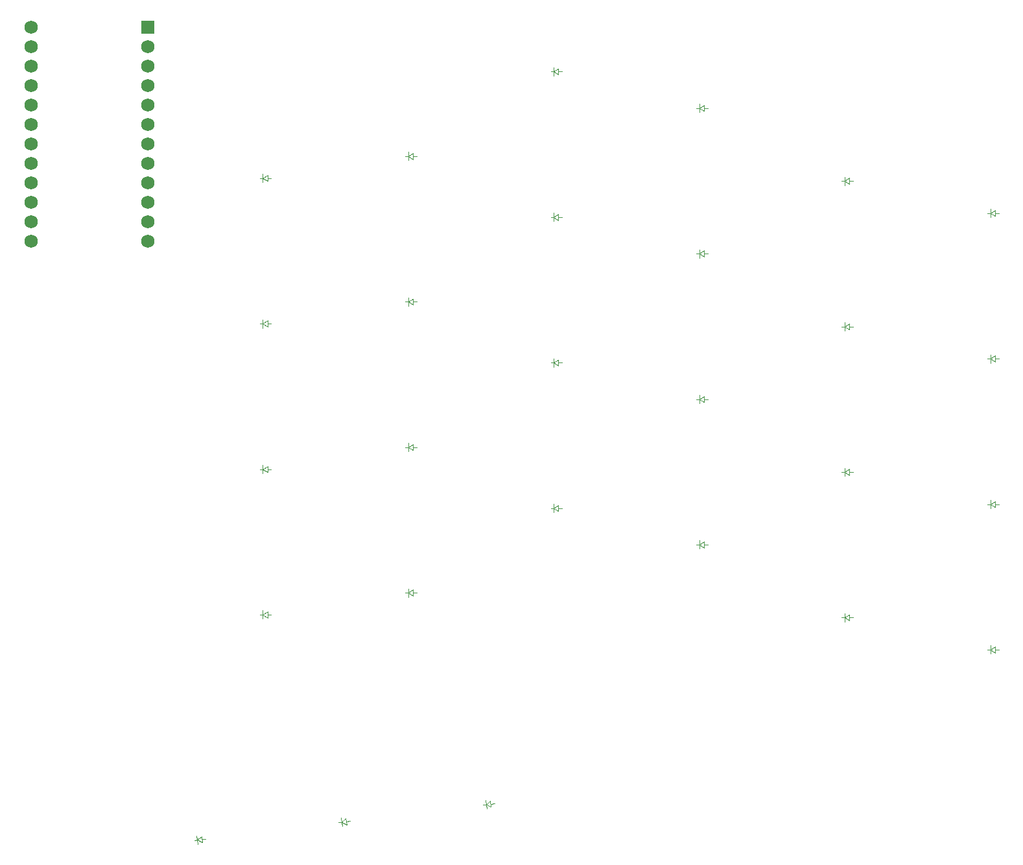
<source format=gbr>
%TF.GenerationSoftware,KiCad,Pcbnew,9.0.1*%
%TF.CreationDate,2025-06-02T17:15:55+02:00*%
%TF.ProjectId,pleiades_r,706c6569-6164-4657-935f-722e6b696361,v1.0.0*%
%TF.SameCoordinates,Original*%
%TF.FileFunction,Legend,Bot*%
%TF.FilePolarity,Positive*%
%FSLAX46Y46*%
G04 Gerber Fmt 4.6, Leading zero omitted, Abs format (unit mm)*
G04 Created by KiCad (PCBNEW 9.0.1) date 2025-06-02 17:15:55*
%MOMM*%
%LPD*%
G01*
G04 APERTURE LIST*
%ADD10C,0.100000*%
%ADD11R,1.752600X1.752600*%
%ADD12C,1.752600*%
G04 APERTURE END LIST*
D10*
%TO.C,D1*%
X322533508Y-7557500D02*
X323033508Y-7557500D01*
X322533508Y-7957500D02*
X321933508Y-7557500D01*
X322533508Y-7157500D02*
X322533508Y-7957500D01*
X321933508Y-7557500D02*
X322533508Y-7157500D01*
X321933508Y-7557500D02*
X321933508Y-8107500D01*
X321933508Y-7557500D02*
X321933508Y-7007500D01*
X321533508Y-7557500D02*
X321933508Y-7557500D01*
%TO.C,D2*%
X322533508Y11442500D02*
X323033508Y11442500D01*
X322533508Y11042500D02*
X321933508Y11442500D01*
X322533508Y11842500D02*
X322533508Y11042500D01*
X321933508Y11442500D02*
X322533508Y11842500D01*
X321933508Y11442500D02*
X321933508Y10892500D01*
X321933508Y11442500D02*
X321933508Y11992500D01*
X321533508Y11442500D02*
X321933508Y11442500D01*
%TO.C,D3*%
X322533508Y30442500D02*
X323033508Y30442500D01*
X322533508Y30042500D02*
X321933508Y30442500D01*
X322533508Y30842500D02*
X322533508Y30042500D01*
X321933508Y30442500D02*
X322533508Y30842500D01*
X321933508Y30442500D02*
X321933508Y29892500D01*
X321933508Y30442500D02*
X321933508Y30992500D01*
X321533508Y30442500D02*
X321933508Y30442500D01*
%TO.C,D4*%
X322533508Y49442500D02*
X323033508Y49442500D01*
X322533508Y49042500D02*
X321933508Y49442500D01*
X322533508Y49842500D02*
X322533508Y49042500D01*
X321933508Y49442500D02*
X322533508Y49842500D01*
X321933508Y49442500D02*
X321933508Y48892500D01*
X321933508Y49442500D02*
X321933508Y49992500D01*
X321533508Y49442500D02*
X321933508Y49442500D01*
%TO.C,D5*%
X303533508Y-3366500D02*
X304033508Y-3366500D01*
X303533508Y-3766500D02*
X302933508Y-3366500D01*
X303533508Y-2966500D02*
X303533508Y-3766500D01*
X302933508Y-3366500D02*
X303533508Y-2966500D01*
X302933508Y-3366500D02*
X302933508Y-3916500D01*
X302933508Y-3366500D02*
X302933508Y-2816500D01*
X302533508Y-3366500D02*
X302933508Y-3366500D01*
%TO.C,D6*%
X303533508Y15633500D02*
X304033508Y15633500D01*
X303533508Y15233500D02*
X302933508Y15633500D01*
X303533508Y16033500D02*
X303533508Y15233500D01*
X302933508Y15633500D02*
X303533508Y16033500D01*
X302933508Y15633500D02*
X302933508Y15083500D01*
X302933508Y15633500D02*
X302933508Y16183500D01*
X302533508Y15633500D02*
X302933508Y15633500D01*
%TO.C,D7*%
X303533508Y34633500D02*
X304033508Y34633500D01*
X303533508Y34233500D02*
X302933508Y34633500D01*
X303533508Y35033500D02*
X303533508Y34233500D01*
X302933508Y34633500D02*
X303533508Y35033500D01*
X302933508Y34633500D02*
X302933508Y34083500D01*
X302933508Y34633500D02*
X302933508Y35183500D01*
X302533508Y34633500D02*
X302933508Y34633500D01*
%TO.C,D8*%
X303533508Y53633500D02*
X304033508Y53633500D01*
X303533508Y53233500D02*
X302933508Y53633500D01*
X303533508Y54033500D02*
X303533508Y53233500D01*
X302933508Y53633500D02*
X303533508Y54033500D01*
X302933508Y53633500D02*
X302933508Y53083500D01*
X302933508Y53633500D02*
X302933508Y54183500D01*
X302533508Y53633500D02*
X302933508Y53633500D01*
%TO.C,D9*%
X284533508Y6158500D02*
X285033508Y6158500D01*
X284533508Y5758500D02*
X283933508Y6158500D01*
X284533508Y6558500D02*
X284533508Y5758500D01*
X283933508Y6158500D02*
X284533508Y6558500D01*
X283933508Y6158500D02*
X283933508Y5608500D01*
X283933508Y6158500D02*
X283933508Y6708500D01*
X283533508Y6158500D02*
X283933508Y6158500D01*
%TO.C,D10*%
X284533508Y25158500D02*
X285033508Y25158500D01*
X284533508Y24758500D02*
X283933508Y25158500D01*
X284533508Y25558500D02*
X284533508Y24758500D01*
X283933508Y25158500D02*
X284533508Y25558500D01*
X283933508Y25158500D02*
X283933508Y24608500D01*
X283933508Y25158500D02*
X283933508Y25708500D01*
X283533508Y25158500D02*
X283933508Y25158500D01*
%TO.C,D11*%
X284533508Y44158500D02*
X285033508Y44158500D01*
X284533508Y43758500D02*
X283933508Y44158500D01*
X284533508Y44558500D02*
X284533508Y43758500D01*
X283933508Y44158500D02*
X284533508Y44558500D01*
X283933508Y44158500D02*
X283933508Y43608500D01*
X283933508Y44158500D02*
X283933508Y44708500D01*
X283533508Y44158500D02*
X283933508Y44158500D01*
%TO.C,D12*%
X284533508Y63158500D02*
X285033508Y63158500D01*
X284533508Y62758500D02*
X283933508Y63158500D01*
X284533508Y63558500D02*
X284533508Y62758500D01*
X283933508Y63158500D02*
X284533508Y63558500D01*
X283933508Y63158500D02*
X283933508Y62608500D01*
X283933508Y63158500D02*
X283933508Y63708500D01*
X283533508Y63158500D02*
X283933508Y63158500D01*
%TO.C,D14*%
X265533508Y29921000D02*
X266033508Y29921000D01*
X265533508Y29521000D02*
X264933508Y29921000D01*
X265533508Y30321000D02*
X265533508Y29521000D01*
X264933508Y29921000D02*
X265533508Y30321000D01*
X264933508Y29921000D02*
X264933508Y29371000D01*
X264933508Y29921000D02*
X264933508Y30471000D01*
X264533508Y29921000D02*
X264933508Y29921000D01*
%TO.C,D15*%
X265533508Y48921000D02*
X266033508Y48921000D01*
X265533508Y48521000D02*
X264933508Y48921000D01*
X265533508Y49321000D02*
X265533508Y48521000D01*
X264933508Y48921000D02*
X265533508Y49321000D01*
X264933508Y48921000D02*
X264933508Y48371000D01*
X264933508Y48921000D02*
X264933508Y49471000D01*
X264533508Y48921000D02*
X264933508Y48921000D01*
%TO.C,D17*%
X246533508Y-128000D02*
X247033508Y-128000D01*
X246533508Y-528000D02*
X245933508Y-128000D01*
X246533508Y272000D02*
X246533508Y-528000D01*
X245933508Y-128000D02*
X246533508Y272000D01*
X245933508Y-128000D02*
X245933508Y-678000D01*
X245933508Y-128000D02*
X245933508Y422000D01*
X245533508Y-128000D02*
X245933508Y-128000D01*
%TO.C,D18*%
X246533508Y18872000D02*
X247033508Y18872000D01*
X246533508Y18472000D02*
X245933508Y18872000D01*
X246533508Y19272000D02*
X246533508Y18472000D01*
X245933508Y18872000D02*
X246533508Y19272000D01*
X245933508Y18872000D02*
X245933508Y18322000D01*
X245933508Y18872000D02*
X245933508Y19422000D01*
X245533508Y18872000D02*
X245933508Y18872000D01*
%TO.C,D19*%
X246533508Y37872000D02*
X247033508Y37872000D01*
X246533508Y37472000D02*
X245933508Y37872000D01*
X246533508Y38272000D02*
X246533508Y37472000D01*
X245933508Y37872000D02*
X246533508Y38272000D01*
X245933508Y37872000D02*
X245933508Y37322000D01*
X245933508Y37872000D02*
X245933508Y38422000D01*
X245533508Y37872000D02*
X245933508Y37872000D01*
%TO.C,D20*%
X246533508Y56872000D02*
X247033508Y56872000D01*
X246533508Y56472000D02*
X245933508Y56872000D01*
X246533508Y57272000D02*
X246533508Y56472000D01*
X245933508Y56872000D02*
X246533508Y57272000D01*
X245933508Y56872000D02*
X245933508Y56322000D01*
X245933508Y56872000D02*
X245933508Y57422000D01*
X245533508Y56872000D02*
X245933508Y56872000D01*
%TO.C,D21*%
X227533508Y-2985500D02*
X228033508Y-2985500D01*
X227533508Y-3385500D02*
X226933508Y-2985500D01*
X227533508Y-2585500D02*
X227533508Y-3385500D01*
X226933508Y-2985500D02*
X227533508Y-2585500D01*
X226933508Y-2985500D02*
X226933508Y-3535500D01*
X226933508Y-2985500D02*
X226933508Y-2435500D01*
X226533508Y-2985500D02*
X226933508Y-2985500D01*
%TO.C,D22*%
X227533508Y16014500D02*
X228033508Y16014500D01*
X227533508Y15614500D02*
X226933508Y16014500D01*
X227533508Y16414500D02*
X227533508Y15614500D01*
X226933508Y16014500D02*
X227533508Y16414500D01*
X226933508Y16014500D02*
X226933508Y15464500D01*
X226933508Y16014500D02*
X226933508Y16564500D01*
X226533508Y16014500D02*
X226933508Y16014500D01*
%TO.C,D23*%
X227533508Y35014500D02*
X228033508Y35014500D01*
X227533508Y34614500D02*
X226933508Y35014500D01*
X227533508Y35414500D02*
X227533508Y34614500D01*
X226933508Y35014500D02*
X227533508Y35414500D01*
X226933508Y35014500D02*
X226933508Y34464500D01*
X226933508Y35014500D02*
X226933508Y35564500D01*
X226533508Y35014500D02*
X226933508Y35014500D01*
%TO.C,D25*%
X256679430Y-27685000D02*
X257175703Y-27624065D01*
X256728177Y-28082018D02*
X256083902Y-27758121D01*
X256630682Y-27287981D02*
X256728177Y-28082018D01*
X256083902Y-27758121D02*
X256630682Y-27287981D01*
X256083902Y-27758121D02*
X256150930Y-28304022D01*
X256083902Y-27758121D02*
X256016874Y-27212221D01*
X255686883Y-27806869D02*
X256083902Y-27758121D01*
%TO.C,D26*%
X237821054Y-30000517D02*
X238317327Y-29939582D01*
X237869801Y-30397535D02*
X237225526Y-30073638D01*
X237772306Y-29603498D02*
X237869801Y-30397535D01*
X237225526Y-30073638D02*
X237772306Y-29603498D01*
X237225526Y-30073638D02*
X237292554Y-30619539D01*
X237225526Y-30073638D02*
X237158498Y-29527738D01*
X236828507Y-30122386D02*
X237225526Y-30073638D01*
%TO.C,D27*%
X218962677Y-32316035D02*
X219458950Y-32255100D01*
X219011424Y-32713053D02*
X218367149Y-32389156D01*
X218913929Y-31919016D02*
X219011424Y-32713053D01*
X218367149Y-32389156D02*
X218913929Y-31919016D01*
X218367149Y-32389156D02*
X218434177Y-32935057D01*
X218367149Y-32389156D02*
X218300121Y-31843256D01*
X217970130Y-32437904D02*
X218367149Y-32389156D01*
%TO.C,D16*%
X265533508Y67921000D02*
X266033508Y67921000D01*
X265533508Y67521000D02*
X264933508Y67921000D01*
X265533508Y68321000D02*
X265533508Y67521000D01*
X264933508Y67921000D02*
X265533508Y68321000D01*
X264933508Y67921000D02*
X264933508Y67371000D01*
X264933508Y67921000D02*
X264933508Y68471000D01*
X264533508Y67921000D02*
X264933508Y67921000D01*
%TO.C,D24*%
X227533508Y54014500D02*
X228033508Y54014500D01*
X227533508Y53614500D02*
X226933508Y54014500D01*
X227533508Y54414500D02*
X227533508Y53614500D01*
X226933508Y54014500D02*
X227533508Y54414500D01*
X226933508Y54014500D02*
X226933508Y53464500D01*
X226933508Y54014500D02*
X226933508Y54564500D01*
X226533508Y54014500D02*
X226933508Y54014500D01*
%TO.C,D13*%
X265533508Y10921000D02*
X266033508Y10921000D01*
X265533508Y10521000D02*
X264933508Y10921000D01*
X265533508Y11321000D02*
X265533508Y10521000D01*
X264933508Y10921000D02*
X265533508Y11321000D01*
X264933508Y10921000D02*
X264933508Y10371000D01*
X264933508Y10921000D02*
X264933508Y11471000D01*
X264533508Y10921000D02*
X264933508Y10921000D01*
%TD*%
D11*
%TO.C,MCU1*%
X211903508Y73684500D03*
D12*
X211903508Y71144500D03*
X211903508Y68604500D03*
X211903508Y66064500D03*
X211903508Y63524500D03*
X211903508Y60984500D03*
X211903508Y58444500D03*
X211903508Y55904500D03*
X211903508Y53364500D03*
X211903508Y50824500D03*
X211903508Y48284500D03*
X211903508Y45744500D03*
X196663508Y73684500D03*
X196663508Y71144500D03*
X196663508Y68604500D03*
X196663508Y66064500D03*
X196663508Y63524500D03*
X196663508Y60984500D03*
X196663508Y58444500D03*
X196663508Y55904500D03*
X196663508Y53364500D03*
X196663508Y50824500D03*
X196663508Y48284500D03*
X196663508Y45744500D03*
%TD*%
M02*

</source>
